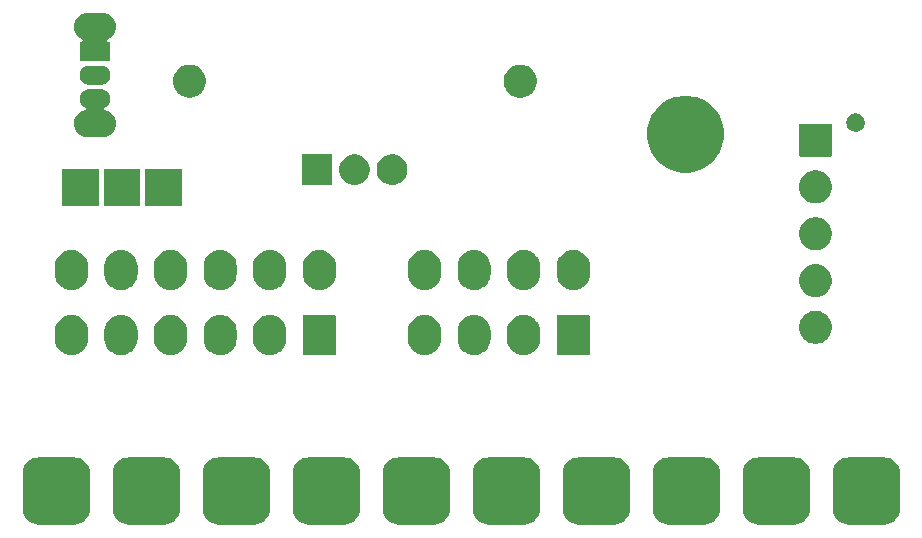
<source format=gbr>
G04 #@! TF.GenerationSoftware,KiCad,Pcbnew,(5.1.5)-3*
G04 #@! TF.CreationDate,2020-02-09T11:53:02-08:00*
G04 #@! TF.ProjectId,psinterface,7073696e-7465-4726-9661-63652e6b6963,0.3*
G04 #@! TF.SameCoordinates,Original*
G04 #@! TF.FileFunction,Soldermask,Top*
G04 #@! TF.FilePolarity,Negative*
%FSLAX46Y46*%
G04 Gerber Fmt 4.6, Leading zero omitted, Abs format (unit mm)*
G04 Created by KiCad (PCBNEW (5.1.5)-3) date 2020-02-09 11:53:02*
%MOMM*%
%LPD*%
G04 APERTURE LIST*
%ADD10C,0.100000*%
G04 APERTURE END LIST*
D10*
G36*
X174053788Y-132375782D02*
G01*
X174309369Y-132453312D01*
X174544905Y-132579209D01*
X174751359Y-132748641D01*
X174920791Y-132955095D01*
X175046688Y-133190631D01*
X175124218Y-133446212D01*
X175151000Y-133718140D01*
X175151000Y-136681860D01*
X175124218Y-136953788D01*
X175046688Y-137209369D01*
X174920791Y-137444905D01*
X174751359Y-137651359D01*
X174544905Y-137820791D01*
X174309369Y-137946688D01*
X174053788Y-138024218D01*
X173781860Y-138051000D01*
X170818140Y-138051000D01*
X170546212Y-138024218D01*
X170290631Y-137946688D01*
X170055095Y-137820791D01*
X169848641Y-137651359D01*
X169679209Y-137444905D01*
X169553312Y-137209369D01*
X169475782Y-136953788D01*
X169449000Y-136681860D01*
X169449000Y-133718140D01*
X169475782Y-133446212D01*
X169553312Y-133190631D01*
X169679209Y-132955095D01*
X169848641Y-132748641D01*
X170055095Y-132579209D01*
X170290631Y-132453312D01*
X170546212Y-132375782D01*
X170818140Y-132349000D01*
X173781860Y-132349000D01*
X174053788Y-132375782D01*
G37*
G36*
X143573788Y-132375782D02*
G01*
X143829369Y-132453312D01*
X144064905Y-132579209D01*
X144271359Y-132748641D01*
X144440791Y-132955095D01*
X144566688Y-133190631D01*
X144644218Y-133446212D01*
X144671000Y-133718140D01*
X144671000Y-136681860D01*
X144644218Y-136953788D01*
X144566688Y-137209369D01*
X144440791Y-137444905D01*
X144271359Y-137651359D01*
X144064905Y-137820791D01*
X143829369Y-137946688D01*
X143573788Y-138024218D01*
X143301860Y-138051000D01*
X140338140Y-138051000D01*
X140066212Y-138024218D01*
X139810631Y-137946688D01*
X139575095Y-137820791D01*
X139368641Y-137651359D01*
X139199209Y-137444905D01*
X139073312Y-137209369D01*
X138995782Y-136953788D01*
X138969000Y-136681860D01*
X138969000Y-133718140D01*
X138995782Y-133446212D01*
X139073312Y-133190631D01*
X139199209Y-132955095D01*
X139368641Y-132748641D01*
X139575095Y-132579209D01*
X139810631Y-132453312D01*
X140066212Y-132375782D01*
X140338140Y-132349000D01*
X143301860Y-132349000D01*
X143573788Y-132375782D01*
G37*
G36*
X135953788Y-132375782D02*
G01*
X136209369Y-132453312D01*
X136444905Y-132579209D01*
X136651359Y-132748641D01*
X136820791Y-132955095D01*
X136946688Y-133190631D01*
X137024218Y-133446212D01*
X137051000Y-133718140D01*
X137051000Y-136681860D01*
X137024218Y-136953788D01*
X136946688Y-137209369D01*
X136820791Y-137444905D01*
X136651359Y-137651359D01*
X136444905Y-137820791D01*
X136209369Y-137946688D01*
X135953788Y-138024218D01*
X135681860Y-138051000D01*
X132718140Y-138051000D01*
X132446212Y-138024218D01*
X132190631Y-137946688D01*
X131955095Y-137820791D01*
X131748641Y-137651359D01*
X131579209Y-137444905D01*
X131453312Y-137209369D01*
X131375782Y-136953788D01*
X131349000Y-136681860D01*
X131349000Y-133718140D01*
X131375782Y-133446212D01*
X131453312Y-133190631D01*
X131579209Y-132955095D01*
X131748641Y-132748641D01*
X131955095Y-132579209D01*
X132190631Y-132453312D01*
X132446212Y-132375782D01*
X132718140Y-132349000D01*
X135681860Y-132349000D01*
X135953788Y-132375782D01*
G37*
G36*
X158813788Y-132375782D02*
G01*
X159069369Y-132453312D01*
X159304905Y-132579209D01*
X159511359Y-132748641D01*
X159680791Y-132955095D01*
X159806688Y-133190631D01*
X159884218Y-133446212D01*
X159911000Y-133718140D01*
X159911000Y-136681860D01*
X159884218Y-136953788D01*
X159806688Y-137209369D01*
X159680791Y-137444905D01*
X159511359Y-137651359D01*
X159304905Y-137820791D01*
X159069369Y-137946688D01*
X158813788Y-138024218D01*
X158541860Y-138051000D01*
X155578140Y-138051000D01*
X155306212Y-138024218D01*
X155050631Y-137946688D01*
X154815095Y-137820791D01*
X154608641Y-137651359D01*
X154439209Y-137444905D01*
X154313312Y-137209369D01*
X154235782Y-136953788D01*
X154209000Y-136681860D01*
X154209000Y-133718140D01*
X154235782Y-133446212D01*
X154313312Y-133190631D01*
X154439209Y-132955095D01*
X154608641Y-132748641D01*
X154815095Y-132579209D01*
X155050631Y-132453312D01*
X155306212Y-132375782D01*
X155578140Y-132349000D01*
X158541860Y-132349000D01*
X158813788Y-132375782D01*
G37*
G36*
X166433788Y-132375782D02*
G01*
X166689369Y-132453312D01*
X166924905Y-132579209D01*
X167131359Y-132748641D01*
X167300791Y-132955095D01*
X167426688Y-133190631D01*
X167504218Y-133446212D01*
X167531000Y-133718140D01*
X167531000Y-136681860D01*
X167504218Y-136953788D01*
X167426688Y-137209369D01*
X167300791Y-137444905D01*
X167131359Y-137651359D01*
X166924905Y-137820791D01*
X166689369Y-137946688D01*
X166433788Y-138024218D01*
X166161860Y-138051000D01*
X163198140Y-138051000D01*
X162926212Y-138024218D01*
X162670631Y-137946688D01*
X162435095Y-137820791D01*
X162228641Y-137651359D01*
X162059209Y-137444905D01*
X161933312Y-137209369D01*
X161855782Y-136953788D01*
X161829000Y-136681860D01*
X161829000Y-133718140D01*
X161855782Y-133446212D01*
X161933312Y-133190631D01*
X162059209Y-132955095D01*
X162228641Y-132748641D01*
X162435095Y-132579209D01*
X162670631Y-132453312D01*
X162926212Y-132375782D01*
X163198140Y-132349000D01*
X166161860Y-132349000D01*
X166433788Y-132375782D01*
G37*
G36*
X151193788Y-132375782D02*
G01*
X151449369Y-132453312D01*
X151684905Y-132579209D01*
X151891359Y-132748641D01*
X152060791Y-132955095D01*
X152186688Y-133190631D01*
X152264218Y-133446212D01*
X152291000Y-133718140D01*
X152291000Y-136681860D01*
X152264218Y-136953788D01*
X152186688Y-137209369D01*
X152060791Y-137444905D01*
X151891359Y-137651359D01*
X151684905Y-137820791D01*
X151449369Y-137946688D01*
X151193788Y-138024218D01*
X150921860Y-138051000D01*
X147958140Y-138051000D01*
X147686212Y-138024218D01*
X147430631Y-137946688D01*
X147195095Y-137820791D01*
X146988641Y-137651359D01*
X146819209Y-137444905D01*
X146693312Y-137209369D01*
X146615782Y-136953788D01*
X146589000Y-136681860D01*
X146589000Y-133718140D01*
X146615782Y-133446212D01*
X146693312Y-133190631D01*
X146819209Y-132955095D01*
X146988641Y-132748641D01*
X147195095Y-132579209D01*
X147430631Y-132453312D01*
X147686212Y-132375782D01*
X147958140Y-132349000D01*
X150921860Y-132349000D01*
X151193788Y-132375782D01*
G37*
G36*
X120713788Y-132375782D02*
G01*
X120969369Y-132453312D01*
X121204905Y-132579209D01*
X121411359Y-132748641D01*
X121580791Y-132955095D01*
X121706688Y-133190631D01*
X121784218Y-133446212D01*
X121811000Y-133718140D01*
X121811000Y-136681860D01*
X121784218Y-136953788D01*
X121706688Y-137209369D01*
X121580791Y-137444905D01*
X121411359Y-137651359D01*
X121204905Y-137820791D01*
X120969369Y-137946688D01*
X120713788Y-138024218D01*
X120441860Y-138051000D01*
X117478140Y-138051000D01*
X117206212Y-138024218D01*
X116950631Y-137946688D01*
X116715095Y-137820791D01*
X116508641Y-137651359D01*
X116339209Y-137444905D01*
X116213312Y-137209369D01*
X116135782Y-136953788D01*
X116109000Y-136681860D01*
X116109000Y-133718140D01*
X116135782Y-133446212D01*
X116213312Y-133190631D01*
X116339209Y-132955095D01*
X116508641Y-132748641D01*
X116715095Y-132579209D01*
X116950631Y-132453312D01*
X117206212Y-132375782D01*
X117478140Y-132349000D01*
X120441860Y-132349000D01*
X120713788Y-132375782D01*
G37*
G36*
X105473788Y-132375782D02*
G01*
X105729369Y-132453312D01*
X105964905Y-132579209D01*
X106171359Y-132748641D01*
X106340791Y-132955095D01*
X106466688Y-133190631D01*
X106544218Y-133446212D01*
X106571000Y-133718140D01*
X106571000Y-136681860D01*
X106544218Y-136953788D01*
X106466688Y-137209369D01*
X106340791Y-137444905D01*
X106171359Y-137651359D01*
X105964905Y-137820791D01*
X105729369Y-137946688D01*
X105473788Y-138024218D01*
X105201860Y-138051000D01*
X102238140Y-138051000D01*
X101966212Y-138024218D01*
X101710631Y-137946688D01*
X101475095Y-137820791D01*
X101268641Y-137651359D01*
X101099209Y-137444905D01*
X100973312Y-137209369D01*
X100895782Y-136953788D01*
X100869000Y-136681860D01*
X100869000Y-133718140D01*
X100895782Y-133446212D01*
X100973312Y-133190631D01*
X101099209Y-132955095D01*
X101268641Y-132748641D01*
X101475095Y-132579209D01*
X101710631Y-132453312D01*
X101966212Y-132375782D01*
X102238140Y-132349000D01*
X105201860Y-132349000D01*
X105473788Y-132375782D01*
G37*
G36*
X113093788Y-132375782D02*
G01*
X113349369Y-132453312D01*
X113584905Y-132579209D01*
X113791359Y-132748641D01*
X113960791Y-132955095D01*
X114086688Y-133190631D01*
X114164218Y-133446212D01*
X114191000Y-133718140D01*
X114191000Y-136681860D01*
X114164218Y-136953788D01*
X114086688Y-137209369D01*
X113960791Y-137444905D01*
X113791359Y-137651359D01*
X113584905Y-137820791D01*
X113349369Y-137946688D01*
X113093788Y-138024218D01*
X112821860Y-138051000D01*
X109858140Y-138051000D01*
X109586212Y-138024218D01*
X109330631Y-137946688D01*
X109095095Y-137820791D01*
X108888641Y-137651359D01*
X108719209Y-137444905D01*
X108593312Y-137209369D01*
X108515782Y-136953788D01*
X108489000Y-136681860D01*
X108489000Y-133718140D01*
X108515782Y-133446212D01*
X108593312Y-133190631D01*
X108719209Y-132955095D01*
X108888641Y-132748641D01*
X109095095Y-132579209D01*
X109330631Y-132453312D01*
X109586212Y-132375782D01*
X109858140Y-132349000D01*
X112821860Y-132349000D01*
X113093788Y-132375782D01*
G37*
G36*
X128333788Y-132375782D02*
G01*
X128589369Y-132453312D01*
X128824905Y-132579209D01*
X129031359Y-132748641D01*
X129200791Y-132955095D01*
X129326688Y-133190631D01*
X129404218Y-133446212D01*
X129431000Y-133718140D01*
X129431000Y-136681860D01*
X129404218Y-136953788D01*
X129326688Y-137209369D01*
X129200791Y-137444905D01*
X129031359Y-137651359D01*
X128824905Y-137820791D01*
X128589369Y-137946688D01*
X128333788Y-138024218D01*
X128061860Y-138051000D01*
X125098140Y-138051000D01*
X124826212Y-138024218D01*
X124570631Y-137946688D01*
X124335095Y-137820791D01*
X124128641Y-137651359D01*
X123959209Y-137444905D01*
X123833312Y-137209369D01*
X123755782Y-136953788D01*
X123729000Y-136681860D01*
X123729000Y-133718140D01*
X123755782Y-133446212D01*
X123833312Y-133190631D01*
X123959209Y-132955095D01*
X124128641Y-132748641D01*
X124335095Y-132579209D01*
X124570631Y-132453312D01*
X124826212Y-132375782D01*
X125098140Y-132349000D01*
X128061860Y-132349000D01*
X128333788Y-132375782D01*
G37*
G36*
X117874644Y-120319272D02*
G01*
X118070017Y-120378538D01*
X118138737Y-120399384D01*
X118341625Y-120507830D01*
X118382120Y-120529475D01*
X118437691Y-120575082D01*
X118595450Y-120704550D01*
X118724918Y-120862309D01*
X118770525Y-120917880D01*
X118770526Y-120917882D01*
X118900616Y-121161263D01*
X118921461Y-121229982D01*
X118980728Y-121425357D01*
X119001000Y-121631183D01*
X119001000Y-122368818D01*
X118980728Y-122574644D01*
X118946596Y-122687161D01*
X118900616Y-122838737D01*
X118777964Y-123068202D01*
X118770525Y-123082120D01*
X118738092Y-123121640D01*
X118595450Y-123295450D01*
X118423797Y-123436320D01*
X118382119Y-123470525D01*
X118382117Y-123470526D01*
X118138736Y-123600616D01*
X118070016Y-123621462D01*
X117874643Y-123680728D01*
X117600000Y-123707778D01*
X117325356Y-123680728D01*
X117129983Y-123621462D01*
X117061263Y-123600616D01*
X116817882Y-123470526D01*
X116817880Y-123470525D01*
X116778360Y-123438092D01*
X116604550Y-123295450D01*
X116429476Y-123082120D01*
X116429475Y-123082119D01*
X116422036Y-123068201D01*
X116299384Y-122838736D01*
X116221368Y-122581551D01*
X116219272Y-122574643D01*
X116199000Y-122368817D01*
X116199000Y-121631182D01*
X116219272Y-121425356D01*
X116299383Y-121161267D01*
X116299384Y-121161263D01*
X116429474Y-120917882D01*
X116429475Y-120917880D01*
X116461908Y-120878360D01*
X116604550Y-120704550D01*
X116782581Y-120558445D01*
X116817881Y-120529475D01*
X116858376Y-120507830D01*
X117061264Y-120399384D01*
X117129984Y-120378538D01*
X117325357Y-120319272D01*
X117600000Y-120292222D01*
X117874644Y-120319272D01*
G37*
G36*
X135174644Y-120319272D02*
G01*
X135370017Y-120378538D01*
X135438737Y-120399384D01*
X135641625Y-120507830D01*
X135682120Y-120529475D01*
X135737691Y-120575082D01*
X135895450Y-120704550D01*
X136024918Y-120862309D01*
X136070525Y-120917880D01*
X136070526Y-120917882D01*
X136200616Y-121161263D01*
X136221461Y-121229982D01*
X136280728Y-121425357D01*
X136301000Y-121631183D01*
X136301000Y-122368818D01*
X136280728Y-122574644D01*
X136246596Y-122687161D01*
X136200616Y-122838737D01*
X136077964Y-123068202D01*
X136070525Y-123082120D01*
X136038092Y-123121640D01*
X135895450Y-123295450D01*
X135723797Y-123436320D01*
X135682119Y-123470525D01*
X135682117Y-123470526D01*
X135438736Y-123600616D01*
X135370016Y-123621462D01*
X135174643Y-123680728D01*
X134900000Y-123707778D01*
X134625356Y-123680728D01*
X134429983Y-123621462D01*
X134361263Y-123600616D01*
X134117882Y-123470526D01*
X134117880Y-123470525D01*
X134078360Y-123438092D01*
X133904550Y-123295450D01*
X133729476Y-123082120D01*
X133729475Y-123082119D01*
X133722036Y-123068201D01*
X133599384Y-122838736D01*
X133521368Y-122581551D01*
X133519272Y-122574643D01*
X133499000Y-122368817D01*
X133499000Y-121631182D01*
X133519272Y-121425356D01*
X133599383Y-121161267D01*
X133599384Y-121161263D01*
X133729474Y-120917882D01*
X133729475Y-120917880D01*
X133761908Y-120878360D01*
X133904550Y-120704550D01*
X134082581Y-120558445D01*
X134117881Y-120529475D01*
X134158376Y-120507830D01*
X134361264Y-120399384D01*
X134429984Y-120378538D01*
X134625357Y-120319272D01*
X134900000Y-120292222D01*
X135174644Y-120319272D01*
G37*
G36*
X139374644Y-120319272D02*
G01*
X139570017Y-120378538D01*
X139638737Y-120399384D01*
X139841625Y-120507830D01*
X139882120Y-120529475D01*
X139937691Y-120575082D01*
X140095450Y-120704550D01*
X140224918Y-120862309D01*
X140270525Y-120917880D01*
X140270526Y-120917882D01*
X140400616Y-121161263D01*
X140421461Y-121229982D01*
X140480728Y-121425357D01*
X140501000Y-121631183D01*
X140501000Y-122368818D01*
X140480728Y-122574644D01*
X140446596Y-122687161D01*
X140400616Y-122838737D01*
X140277964Y-123068202D01*
X140270525Y-123082120D01*
X140238092Y-123121640D01*
X140095450Y-123295450D01*
X139923797Y-123436320D01*
X139882119Y-123470525D01*
X139882117Y-123470526D01*
X139638736Y-123600616D01*
X139570016Y-123621462D01*
X139374643Y-123680728D01*
X139100000Y-123707778D01*
X138825356Y-123680728D01*
X138629983Y-123621462D01*
X138561263Y-123600616D01*
X138317882Y-123470526D01*
X138317880Y-123470525D01*
X138278360Y-123438092D01*
X138104550Y-123295450D01*
X137929476Y-123082120D01*
X137929475Y-123082119D01*
X137922036Y-123068201D01*
X137799384Y-122838736D01*
X137721368Y-122581551D01*
X137719272Y-122574643D01*
X137699000Y-122368817D01*
X137699000Y-121631182D01*
X137719272Y-121425356D01*
X137799383Y-121161267D01*
X137799384Y-121161263D01*
X137929474Y-120917882D01*
X137929475Y-120917880D01*
X137961908Y-120878360D01*
X138104550Y-120704550D01*
X138282581Y-120558445D01*
X138317881Y-120529475D01*
X138358376Y-120507830D01*
X138561264Y-120399384D01*
X138629984Y-120378538D01*
X138825357Y-120319272D01*
X139100000Y-120292222D01*
X139374644Y-120319272D01*
G37*
G36*
X143574644Y-120319272D02*
G01*
X143770017Y-120378538D01*
X143838737Y-120399384D01*
X144041625Y-120507830D01*
X144082120Y-120529475D01*
X144137691Y-120575082D01*
X144295450Y-120704550D01*
X144424918Y-120862309D01*
X144470525Y-120917880D01*
X144470526Y-120917882D01*
X144600616Y-121161263D01*
X144621461Y-121229982D01*
X144680728Y-121425357D01*
X144701000Y-121631183D01*
X144701000Y-122368818D01*
X144680728Y-122574644D01*
X144646596Y-122687161D01*
X144600616Y-122838737D01*
X144477964Y-123068202D01*
X144470525Y-123082120D01*
X144438092Y-123121640D01*
X144295450Y-123295450D01*
X144123797Y-123436320D01*
X144082119Y-123470525D01*
X144082117Y-123470526D01*
X143838736Y-123600616D01*
X143770016Y-123621462D01*
X143574643Y-123680728D01*
X143300000Y-123707778D01*
X143025356Y-123680728D01*
X142829983Y-123621462D01*
X142761263Y-123600616D01*
X142517882Y-123470526D01*
X142517880Y-123470525D01*
X142478360Y-123438092D01*
X142304550Y-123295450D01*
X142129476Y-123082120D01*
X142129475Y-123082119D01*
X142122036Y-123068201D01*
X141999384Y-122838736D01*
X141921368Y-122581551D01*
X141919272Y-122574643D01*
X141899000Y-122368817D01*
X141899000Y-121631182D01*
X141919272Y-121425356D01*
X141999383Y-121161267D01*
X141999384Y-121161263D01*
X142129474Y-120917882D01*
X142129475Y-120917880D01*
X142161908Y-120878360D01*
X142304550Y-120704550D01*
X142482581Y-120558445D01*
X142517881Y-120529475D01*
X142558376Y-120507830D01*
X142761264Y-120399384D01*
X142829984Y-120378538D01*
X143025357Y-120319272D01*
X143300000Y-120292222D01*
X143574644Y-120319272D01*
G37*
G36*
X122074644Y-120319272D02*
G01*
X122270017Y-120378538D01*
X122338737Y-120399384D01*
X122541625Y-120507830D01*
X122582120Y-120529475D01*
X122637691Y-120575082D01*
X122795450Y-120704550D01*
X122924918Y-120862309D01*
X122970525Y-120917880D01*
X122970526Y-120917882D01*
X123100616Y-121161263D01*
X123121461Y-121229982D01*
X123180728Y-121425357D01*
X123201000Y-121631183D01*
X123201000Y-122368818D01*
X123180728Y-122574644D01*
X123146596Y-122687161D01*
X123100616Y-122838737D01*
X122977964Y-123068202D01*
X122970525Y-123082120D01*
X122938092Y-123121640D01*
X122795450Y-123295450D01*
X122623797Y-123436320D01*
X122582119Y-123470525D01*
X122582117Y-123470526D01*
X122338736Y-123600616D01*
X122270016Y-123621462D01*
X122074643Y-123680728D01*
X121800000Y-123707778D01*
X121525356Y-123680728D01*
X121329983Y-123621462D01*
X121261263Y-123600616D01*
X121017882Y-123470526D01*
X121017880Y-123470525D01*
X120978360Y-123438092D01*
X120804550Y-123295450D01*
X120629476Y-123082120D01*
X120629475Y-123082119D01*
X120622036Y-123068201D01*
X120499384Y-122838736D01*
X120421368Y-122581551D01*
X120419272Y-122574643D01*
X120399000Y-122368817D01*
X120399000Y-121631182D01*
X120419272Y-121425356D01*
X120499383Y-121161267D01*
X120499384Y-121161263D01*
X120629474Y-120917882D01*
X120629475Y-120917880D01*
X120661908Y-120878360D01*
X120804550Y-120704550D01*
X120982581Y-120558445D01*
X121017881Y-120529475D01*
X121058376Y-120507830D01*
X121261264Y-120399384D01*
X121329984Y-120378538D01*
X121525357Y-120319272D01*
X121800000Y-120292222D01*
X122074644Y-120319272D01*
G37*
G36*
X113674644Y-120319272D02*
G01*
X113870017Y-120378538D01*
X113938737Y-120399384D01*
X114141625Y-120507830D01*
X114182120Y-120529475D01*
X114237691Y-120575082D01*
X114395450Y-120704550D01*
X114524918Y-120862309D01*
X114570525Y-120917880D01*
X114570526Y-120917882D01*
X114700616Y-121161263D01*
X114721461Y-121229982D01*
X114780728Y-121425357D01*
X114801000Y-121631183D01*
X114801000Y-122368818D01*
X114780728Y-122574644D01*
X114746596Y-122687161D01*
X114700616Y-122838737D01*
X114577964Y-123068202D01*
X114570525Y-123082120D01*
X114538092Y-123121640D01*
X114395450Y-123295450D01*
X114223797Y-123436320D01*
X114182119Y-123470525D01*
X114182117Y-123470526D01*
X113938736Y-123600616D01*
X113870016Y-123621462D01*
X113674643Y-123680728D01*
X113400000Y-123707778D01*
X113125356Y-123680728D01*
X112929983Y-123621462D01*
X112861263Y-123600616D01*
X112617882Y-123470526D01*
X112617880Y-123470525D01*
X112578360Y-123438092D01*
X112404550Y-123295450D01*
X112229476Y-123082120D01*
X112229475Y-123082119D01*
X112222036Y-123068201D01*
X112099384Y-122838736D01*
X112021368Y-122581551D01*
X112019272Y-122574643D01*
X111999000Y-122368817D01*
X111999000Y-121631182D01*
X112019272Y-121425356D01*
X112099383Y-121161267D01*
X112099384Y-121161263D01*
X112229474Y-120917882D01*
X112229475Y-120917880D01*
X112261908Y-120878360D01*
X112404550Y-120704550D01*
X112582581Y-120558445D01*
X112617881Y-120529475D01*
X112658376Y-120507830D01*
X112861264Y-120399384D01*
X112929984Y-120378538D01*
X113125357Y-120319272D01*
X113400000Y-120292222D01*
X113674644Y-120319272D01*
G37*
G36*
X109474644Y-120319272D02*
G01*
X109670017Y-120378538D01*
X109738737Y-120399384D01*
X109941625Y-120507830D01*
X109982120Y-120529475D01*
X110037691Y-120575082D01*
X110195450Y-120704550D01*
X110324918Y-120862309D01*
X110370525Y-120917880D01*
X110370526Y-120917882D01*
X110500616Y-121161263D01*
X110521461Y-121229982D01*
X110580728Y-121425357D01*
X110601000Y-121631183D01*
X110601000Y-122368818D01*
X110580728Y-122574644D01*
X110546596Y-122687161D01*
X110500616Y-122838737D01*
X110377964Y-123068202D01*
X110370525Y-123082120D01*
X110338092Y-123121640D01*
X110195450Y-123295450D01*
X110023797Y-123436320D01*
X109982119Y-123470525D01*
X109982117Y-123470526D01*
X109738736Y-123600616D01*
X109670016Y-123621462D01*
X109474643Y-123680728D01*
X109200000Y-123707778D01*
X108925356Y-123680728D01*
X108729983Y-123621462D01*
X108661263Y-123600616D01*
X108417882Y-123470526D01*
X108417880Y-123470525D01*
X108378360Y-123438092D01*
X108204550Y-123295450D01*
X108029476Y-123082120D01*
X108029475Y-123082119D01*
X108022036Y-123068201D01*
X107899384Y-122838736D01*
X107821368Y-122581551D01*
X107819272Y-122574643D01*
X107799000Y-122368817D01*
X107799000Y-121631182D01*
X107819272Y-121425356D01*
X107899383Y-121161267D01*
X107899384Y-121161263D01*
X108029474Y-120917882D01*
X108029475Y-120917880D01*
X108061908Y-120878360D01*
X108204550Y-120704550D01*
X108382581Y-120558445D01*
X108417881Y-120529475D01*
X108458376Y-120507830D01*
X108661264Y-120399384D01*
X108729984Y-120378538D01*
X108925357Y-120319272D01*
X109200000Y-120292222D01*
X109474644Y-120319272D01*
G37*
G36*
X105274644Y-120319272D02*
G01*
X105470017Y-120378538D01*
X105538737Y-120399384D01*
X105741625Y-120507830D01*
X105782120Y-120529475D01*
X105837691Y-120575082D01*
X105995450Y-120704550D01*
X106124918Y-120862309D01*
X106170525Y-120917880D01*
X106170526Y-120917882D01*
X106300616Y-121161263D01*
X106321461Y-121229982D01*
X106380728Y-121425357D01*
X106401000Y-121631183D01*
X106401000Y-122368818D01*
X106380728Y-122574644D01*
X106346596Y-122687161D01*
X106300616Y-122838737D01*
X106177964Y-123068202D01*
X106170525Y-123082120D01*
X106138092Y-123121640D01*
X105995450Y-123295450D01*
X105823797Y-123436320D01*
X105782119Y-123470525D01*
X105782117Y-123470526D01*
X105538736Y-123600616D01*
X105470016Y-123621462D01*
X105274643Y-123680728D01*
X105000000Y-123707778D01*
X104725356Y-123680728D01*
X104529983Y-123621462D01*
X104461263Y-123600616D01*
X104217882Y-123470526D01*
X104217880Y-123470525D01*
X104178360Y-123438092D01*
X104004550Y-123295450D01*
X103829476Y-123082120D01*
X103829475Y-123082119D01*
X103822036Y-123068201D01*
X103699384Y-122838736D01*
X103621368Y-122581551D01*
X103619272Y-122574643D01*
X103599000Y-122368817D01*
X103599000Y-121631182D01*
X103619272Y-121425356D01*
X103699383Y-121161267D01*
X103699384Y-121161263D01*
X103829474Y-120917882D01*
X103829475Y-120917880D01*
X103861908Y-120878360D01*
X104004550Y-120704550D01*
X104182581Y-120558445D01*
X104217881Y-120529475D01*
X104258376Y-120507830D01*
X104461264Y-120399384D01*
X104529984Y-120378538D01*
X104725357Y-120319272D01*
X105000000Y-120292222D01*
X105274644Y-120319272D01*
G37*
G36*
X127274031Y-120302621D02*
G01*
X127303486Y-120311556D01*
X127330623Y-120326062D01*
X127354414Y-120345586D01*
X127373938Y-120369377D01*
X127388444Y-120396514D01*
X127397379Y-120425969D01*
X127401000Y-120462734D01*
X127401000Y-123537266D01*
X127397379Y-123574031D01*
X127388444Y-123603486D01*
X127373938Y-123630623D01*
X127354414Y-123654414D01*
X127330623Y-123673938D01*
X127303486Y-123688444D01*
X127274031Y-123697379D01*
X127237266Y-123701000D01*
X124762734Y-123701000D01*
X124725969Y-123697379D01*
X124696514Y-123688444D01*
X124669377Y-123673938D01*
X124645586Y-123654414D01*
X124626062Y-123630623D01*
X124611556Y-123603486D01*
X124602621Y-123574031D01*
X124599000Y-123537266D01*
X124599000Y-120462734D01*
X124602621Y-120425969D01*
X124611556Y-120396514D01*
X124626062Y-120369377D01*
X124645586Y-120345586D01*
X124669377Y-120326062D01*
X124696514Y-120311556D01*
X124725969Y-120302621D01*
X124762734Y-120299000D01*
X127237266Y-120299000D01*
X127274031Y-120302621D01*
G37*
G36*
X148774031Y-120302621D02*
G01*
X148803486Y-120311556D01*
X148830623Y-120326062D01*
X148854414Y-120345586D01*
X148873938Y-120369377D01*
X148888444Y-120396514D01*
X148897379Y-120425969D01*
X148901000Y-120462734D01*
X148901000Y-123537266D01*
X148897379Y-123574031D01*
X148888444Y-123603486D01*
X148873938Y-123630623D01*
X148854414Y-123654414D01*
X148830623Y-123673938D01*
X148803486Y-123688444D01*
X148774031Y-123697379D01*
X148737266Y-123701000D01*
X146262734Y-123701000D01*
X146225969Y-123697379D01*
X146196514Y-123688444D01*
X146169377Y-123673938D01*
X146145586Y-123654414D01*
X146126062Y-123630623D01*
X146111556Y-123603486D01*
X146102621Y-123574031D01*
X146099000Y-123537266D01*
X146099000Y-120462734D01*
X146102621Y-120425969D01*
X146111556Y-120396514D01*
X146126062Y-120369377D01*
X146145586Y-120345586D01*
X146169377Y-120326062D01*
X146196514Y-120311556D01*
X146225969Y-120302621D01*
X146262734Y-120299000D01*
X148737266Y-120299000D01*
X148774031Y-120302621D01*
G37*
G36*
X168318433Y-119974893D02*
G01*
X168408657Y-119992839D01*
X168514267Y-120036585D01*
X168663621Y-120098449D01*
X168663622Y-120098450D01*
X168893086Y-120251772D01*
X169088228Y-120446914D01*
X169143392Y-120529474D01*
X169241551Y-120676379D01*
X169347161Y-120931344D01*
X169401000Y-121202012D01*
X169401000Y-121477988D01*
X169347161Y-121748656D01*
X169241551Y-122003621D01*
X169241550Y-122003622D01*
X169088228Y-122233086D01*
X168893086Y-122428228D01*
X168739763Y-122530675D01*
X168663621Y-122581551D01*
X168514267Y-122643415D01*
X168408657Y-122687161D01*
X168318433Y-122705107D01*
X168137988Y-122741000D01*
X167862012Y-122741000D01*
X167681567Y-122705107D01*
X167591343Y-122687161D01*
X167485733Y-122643415D01*
X167336379Y-122581551D01*
X167260237Y-122530675D01*
X167106914Y-122428228D01*
X166911772Y-122233086D01*
X166758450Y-122003622D01*
X166758449Y-122003621D01*
X166652839Y-121748656D01*
X166599000Y-121477988D01*
X166599000Y-121202012D01*
X166652839Y-120931344D01*
X166758449Y-120676379D01*
X166856608Y-120529474D01*
X166911772Y-120446914D01*
X167106914Y-120251772D01*
X167336378Y-120098450D01*
X167336379Y-120098449D01*
X167485733Y-120036585D01*
X167591343Y-119992839D01*
X167681567Y-119974893D01*
X167862012Y-119939000D01*
X168137988Y-119939000D01*
X168318433Y-119974893D01*
G37*
G36*
X168318433Y-116014893D02*
G01*
X168408657Y-116032839D01*
X168514267Y-116076585D01*
X168663621Y-116138449D01*
X168663622Y-116138450D01*
X168893086Y-116291772D01*
X169088228Y-116486914D01*
X169190675Y-116640237D01*
X169241551Y-116716379D01*
X169347161Y-116971344D01*
X169401000Y-117242012D01*
X169401000Y-117517988D01*
X169388243Y-117582120D01*
X169347161Y-117788657D01*
X169344347Y-117795450D01*
X169241551Y-118043621D01*
X169241550Y-118043622D01*
X169088228Y-118273086D01*
X168893086Y-118468228D01*
X168739763Y-118570675D01*
X168663621Y-118621551D01*
X168514267Y-118683415D01*
X168408657Y-118727161D01*
X168318433Y-118745107D01*
X168137988Y-118781000D01*
X167862012Y-118781000D01*
X167681567Y-118745107D01*
X167591343Y-118727161D01*
X167485733Y-118683415D01*
X167336379Y-118621551D01*
X167260237Y-118570675D01*
X167106914Y-118468228D01*
X166911772Y-118273086D01*
X166758450Y-118043622D01*
X166758449Y-118043621D01*
X166655653Y-117795450D01*
X166652839Y-117788657D01*
X166611757Y-117582120D01*
X166599000Y-117517988D01*
X166599000Y-117242012D01*
X166652839Y-116971344D01*
X166758449Y-116716379D01*
X166809325Y-116640237D01*
X166911772Y-116486914D01*
X167106914Y-116291772D01*
X167336378Y-116138450D01*
X167336379Y-116138449D01*
X167485733Y-116076585D01*
X167591343Y-116032839D01*
X167681567Y-116014893D01*
X167862012Y-115979000D01*
X168137988Y-115979000D01*
X168318433Y-116014893D01*
G37*
G36*
X139374644Y-114819272D02*
G01*
X139570017Y-114878538D01*
X139638737Y-114899384D01*
X139868202Y-115022036D01*
X139882120Y-115029475D01*
X139937691Y-115075082D01*
X140095450Y-115204550D01*
X140224918Y-115362309D01*
X140270525Y-115417880D01*
X140270526Y-115417882D01*
X140400616Y-115661263D01*
X140400617Y-115661267D01*
X140480728Y-115925357D01*
X140501000Y-116131183D01*
X140501000Y-116868818D01*
X140480728Y-117074644D01*
X140421462Y-117270017D01*
X140400616Y-117338737D01*
X140304805Y-117517986D01*
X140270525Y-117582120D01*
X140238092Y-117621640D01*
X140095450Y-117795450D01*
X139923797Y-117936320D01*
X139882119Y-117970525D01*
X139882117Y-117970526D01*
X139638736Y-118100616D01*
X139570016Y-118121462D01*
X139374643Y-118180728D01*
X139100000Y-118207778D01*
X138825356Y-118180728D01*
X138629983Y-118121462D01*
X138561263Y-118100616D01*
X138317882Y-117970526D01*
X138317880Y-117970525D01*
X138278360Y-117938092D01*
X138104550Y-117795450D01*
X137929476Y-117582120D01*
X137929475Y-117582119D01*
X137922036Y-117568201D01*
X137799384Y-117338736D01*
X137770043Y-117242012D01*
X137719272Y-117074643D01*
X137699000Y-116868817D01*
X137699000Y-116131182D01*
X137719272Y-115925356D01*
X137799383Y-115661267D01*
X137799384Y-115661263D01*
X137929474Y-115417882D01*
X137929475Y-115417880D01*
X137961908Y-115378360D01*
X138104550Y-115204550D01*
X138276203Y-115063680D01*
X138317881Y-115029475D01*
X138331799Y-115022036D01*
X138561264Y-114899384D01*
X138629984Y-114878538D01*
X138825357Y-114819272D01*
X139100000Y-114792222D01*
X139374644Y-114819272D01*
G37*
G36*
X147774644Y-114819272D02*
G01*
X147970017Y-114878538D01*
X148038737Y-114899384D01*
X148268202Y-115022036D01*
X148282120Y-115029475D01*
X148337691Y-115075082D01*
X148495450Y-115204550D01*
X148624918Y-115362309D01*
X148670525Y-115417880D01*
X148670526Y-115417882D01*
X148800616Y-115661263D01*
X148800617Y-115661267D01*
X148880728Y-115925357D01*
X148901000Y-116131183D01*
X148901000Y-116868818D01*
X148880728Y-117074644D01*
X148821462Y-117270017D01*
X148800616Y-117338737D01*
X148704805Y-117517986D01*
X148670525Y-117582120D01*
X148638092Y-117621640D01*
X148495450Y-117795450D01*
X148323797Y-117936320D01*
X148282119Y-117970525D01*
X148282117Y-117970526D01*
X148038736Y-118100616D01*
X147970016Y-118121462D01*
X147774643Y-118180728D01*
X147500000Y-118207778D01*
X147225356Y-118180728D01*
X147029983Y-118121462D01*
X146961263Y-118100616D01*
X146717882Y-117970526D01*
X146717880Y-117970525D01*
X146678360Y-117938092D01*
X146504550Y-117795450D01*
X146329476Y-117582120D01*
X146329475Y-117582119D01*
X146322036Y-117568201D01*
X146199384Y-117338736D01*
X146170043Y-117242012D01*
X146119272Y-117074643D01*
X146099000Y-116868817D01*
X146099000Y-116131182D01*
X146119272Y-115925356D01*
X146199383Y-115661267D01*
X146199384Y-115661263D01*
X146329474Y-115417882D01*
X146329475Y-115417880D01*
X146361908Y-115378360D01*
X146504550Y-115204550D01*
X146676203Y-115063680D01*
X146717881Y-115029475D01*
X146731799Y-115022036D01*
X146961264Y-114899384D01*
X147029984Y-114878538D01*
X147225357Y-114819272D01*
X147500000Y-114792222D01*
X147774644Y-114819272D01*
G37*
G36*
X117874644Y-114819272D02*
G01*
X118070017Y-114878538D01*
X118138737Y-114899384D01*
X118368202Y-115022036D01*
X118382120Y-115029475D01*
X118437691Y-115075082D01*
X118595450Y-115204550D01*
X118724918Y-115362309D01*
X118770525Y-115417880D01*
X118770526Y-115417882D01*
X118900616Y-115661263D01*
X118900617Y-115661267D01*
X118980728Y-115925357D01*
X119001000Y-116131183D01*
X119001000Y-116868818D01*
X118980728Y-117074644D01*
X118921462Y-117270017D01*
X118900616Y-117338737D01*
X118804805Y-117517986D01*
X118770525Y-117582120D01*
X118738092Y-117621640D01*
X118595450Y-117795450D01*
X118423797Y-117936320D01*
X118382119Y-117970525D01*
X118382117Y-117970526D01*
X118138736Y-118100616D01*
X118070016Y-118121462D01*
X117874643Y-118180728D01*
X117600000Y-118207778D01*
X117325356Y-118180728D01*
X117129983Y-118121462D01*
X117061263Y-118100616D01*
X116817882Y-117970526D01*
X116817880Y-117970525D01*
X116778360Y-117938092D01*
X116604550Y-117795450D01*
X116429476Y-117582120D01*
X116429475Y-117582119D01*
X116422036Y-117568201D01*
X116299384Y-117338736D01*
X116270043Y-117242012D01*
X116219272Y-117074643D01*
X116199000Y-116868817D01*
X116199000Y-116131182D01*
X116219272Y-115925356D01*
X116299383Y-115661267D01*
X116299384Y-115661263D01*
X116429474Y-115417882D01*
X116429475Y-115417880D01*
X116461908Y-115378360D01*
X116604550Y-115204550D01*
X116776203Y-115063680D01*
X116817881Y-115029475D01*
X116831799Y-115022036D01*
X117061264Y-114899384D01*
X117129984Y-114878538D01*
X117325357Y-114819272D01*
X117600000Y-114792222D01*
X117874644Y-114819272D01*
G37*
G36*
X122074644Y-114819272D02*
G01*
X122270017Y-114878538D01*
X122338737Y-114899384D01*
X122568202Y-115022036D01*
X122582120Y-115029475D01*
X122637691Y-115075082D01*
X122795450Y-115204550D01*
X122924918Y-115362309D01*
X122970525Y-115417880D01*
X122970526Y-115417882D01*
X123100616Y-115661263D01*
X123100617Y-115661267D01*
X123180728Y-115925357D01*
X123201000Y-116131183D01*
X123201000Y-116868818D01*
X123180728Y-117074644D01*
X123121462Y-117270017D01*
X123100616Y-117338737D01*
X123004805Y-117517986D01*
X122970525Y-117582120D01*
X122938092Y-117621640D01*
X122795450Y-117795450D01*
X122623797Y-117936320D01*
X122582119Y-117970525D01*
X122582117Y-117970526D01*
X122338736Y-118100616D01*
X122270016Y-118121462D01*
X122074643Y-118180728D01*
X121800000Y-118207778D01*
X121525356Y-118180728D01*
X121329983Y-118121462D01*
X121261263Y-118100616D01*
X121017882Y-117970526D01*
X121017880Y-117970525D01*
X120978360Y-117938092D01*
X120804550Y-117795450D01*
X120629476Y-117582120D01*
X120629475Y-117582119D01*
X120622036Y-117568201D01*
X120499384Y-117338736D01*
X120470043Y-117242012D01*
X120419272Y-117074643D01*
X120399000Y-116868817D01*
X120399000Y-116131182D01*
X120419272Y-115925356D01*
X120499383Y-115661267D01*
X120499384Y-115661263D01*
X120629474Y-115417882D01*
X120629475Y-115417880D01*
X120661908Y-115378360D01*
X120804550Y-115204550D01*
X120976203Y-115063680D01*
X121017881Y-115029475D01*
X121031799Y-115022036D01*
X121261264Y-114899384D01*
X121329984Y-114878538D01*
X121525357Y-114819272D01*
X121800000Y-114792222D01*
X122074644Y-114819272D01*
G37*
G36*
X126274644Y-114819272D02*
G01*
X126470017Y-114878538D01*
X126538737Y-114899384D01*
X126768202Y-115022036D01*
X126782120Y-115029475D01*
X126837691Y-115075082D01*
X126995450Y-115204550D01*
X127124918Y-115362309D01*
X127170525Y-115417880D01*
X127170526Y-115417882D01*
X127300616Y-115661263D01*
X127300617Y-115661267D01*
X127380728Y-115925357D01*
X127401000Y-116131183D01*
X127401000Y-116868818D01*
X127380728Y-117074644D01*
X127321462Y-117270017D01*
X127300616Y-117338737D01*
X127204805Y-117517986D01*
X127170525Y-117582120D01*
X127138092Y-117621640D01*
X126995450Y-117795450D01*
X126823797Y-117936320D01*
X126782119Y-117970525D01*
X126782117Y-117970526D01*
X126538736Y-118100616D01*
X126470016Y-118121462D01*
X126274643Y-118180728D01*
X126000000Y-118207778D01*
X125725356Y-118180728D01*
X125529983Y-118121462D01*
X125461263Y-118100616D01*
X125217882Y-117970526D01*
X125217880Y-117970525D01*
X125178360Y-117938092D01*
X125004550Y-117795450D01*
X124829476Y-117582120D01*
X124829475Y-117582119D01*
X124822036Y-117568201D01*
X124699384Y-117338736D01*
X124670043Y-117242012D01*
X124619272Y-117074643D01*
X124599000Y-116868817D01*
X124599000Y-116131182D01*
X124619272Y-115925356D01*
X124699383Y-115661267D01*
X124699384Y-115661263D01*
X124829474Y-115417882D01*
X124829475Y-115417880D01*
X124861908Y-115378360D01*
X125004550Y-115204550D01*
X125176203Y-115063680D01*
X125217881Y-115029475D01*
X125231799Y-115022036D01*
X125461264Y-114899384D01*
X125529984Y-114878538D01*
X125725357Y-114819272D01*
X126000000Y-114792222D01*
X126274644Y-114819272D01*
G37*
G36*
X113674644Y-114819272D02*
G01*
X113870017Y-114878538D01*
X113938737Y-114899384D01*
X114168202Y-115022036D01*
X114182120Y-115029475D01*
X114237691Y-115075082D01*
X114395450Y-115204550D01*
X114524918Y-115362309D01*
X114570525Y-115417880D01*
X114570526Y-115417882D01*
X114700616Y-115661263D01*
X114700617Y-115661267D01*
X114780728Y-115925357D01*
X114801000Y-116131183D01*
X114801000Y-116868818D01*
X114780728Y-117074644D01*
X114721462Y-117270017D01*
X114700616Y-117338737D01*
X114604805Y-117517986D01*
X114570525Y-117582120D01*
X114538092Y-117621640D01*
X114395450Y-117795450D01*
X114223797Y-117936320D01*
X114182119Y-117970525D01*
X114182117Y-117970526D01*
X113938736Y-118100616D01*
X113870016Y-118121462D01*
X113674643Y-118180728D01*
X113400000Y-118207778D01*
X113125356Y-118180728D01*
X112929983Y-118121462D01*
X112861263Y-118100616D01*
X112617882Y-117970526D01*
X112617880Y-117970525D01*
X112578360Y-117938092D01*
X112404550Y-117795450D01*
X112229476Y-117582120D01*
X112229475Y-117582119D01*
X112222036Y-117568201D01*
X112099384Y-117338736D01*
X112070043Y-117242012D01*
X112019272Y-117074643D01*
X111999000Y-116868817D01*
X111999000Y-116131182D01*
X112019272Y-115925356D01*
X112099383Y-115661267D01*
X112099384Y-115661263D01*
X112229474Y-115417882D01*
X112229475Y-115417880D01*
X112261908Y-115378360D01*
X112404550Y-115204550D01*
X112576203Y-115063680D01*
X112617881Y-115029475D01*
X112631799Y-115022036D01*
X112861264Y-114899384D01*
X112929984Y-114878538D01*
X113125357Y-114819272D01*
X113400000Y-114792222D01*
X113674644Y-114819272D01*
G37*
G36*
X135174644Y-114819272D02*
G01*
X135370017Y-114878538D01*
X135438737Y-114899384D01*
X135668202Y-115022036D01*
X135682120Y-115029475D01*
X135737691Y-115075082D01*
X135895450Y-115204550D01*
X136024918Y-115362309D01*
X136070525Y-115417880D01*
X136070526Y-115417882D01*
X136200616Y-115661263D01*
X136200617Y-115661267D01*
X136280728Y-115925357D01*
X136301000Y-116131183D01*
X136301000Y-116868818D01*
X136280728Y-117074644D01*
X136221462Y-117270017D01*
X136200616Y-117338737D01*
X136104805Y-117517986D01*
X136070525Y-117582120D01*
X136038092Y-117621640D01*
X135895450Y-117795450D01*
X135723797Y-117936320D01*
X135682119Y-117970525D01*
X135682117Y-117970526D01*
X135438736Y-118100616D01*
X135370016Y-118121462D01*
X135174643Y-118180728D01*
X134900000Y-118207778D01*
X134625356Y-118180728D01*
X134429983Y-118121462D01*
X134361263Y-118100616D01*
X134117882Y-117970526D01*
X134117880Y-117970525D01*
X134078360Y-117938092D01*
X133904550Y-117795450D01*
X133729476Y-117582120D01*
X133729475Y-117582119D01*
X133722036Y-117568201D01*
X133599384Y-117338736D01*
X133570043Y-117242012D01*
X133519272Y-117074643D01*
X133499000Y-116868817D01*
X133499000Y-116131182D01*
X133519272Y-115925356D01*
X133599383Y-115661267D01*
X133599384Y-115661263D01*
X133729474Y-115417882D01*
X133729475Y-115417880D01*
X133761908Y-115378360D01*
X133904550Y-115204550D01*
X134076203Y-115063680D01*
X134117881Y-115029475D01*
X134131799Y-115022036D01*
X134361264Y-114899384D01*
X134429984Y-114878538D01*
X134625357Y-114819272D01*
X134900000Y-114792222D01*
X135174644Y-114819272D01*
G37*
G36*
X143574644Y-114819272D02*
G01*
X143770017Y-114878538D01*
X143838737Y-114899384D01*
X144068202Y-115022036D01*
X144082120Y-115029475D01*
X144137691Y-115075082D01*
X144295450Y-115204550D01*
X144424918Y-115362309D01*
X144470525Y-115417880D01*
X144470526Y-115417882D01*
X144600616Y-115661263D01*
X144600617Y-115661267D01*
X144680728Y-115925357D01*
X144701000Y-116131183D01*
X144701000Y-116868818D01*
X144680728Y-117074644D01*
X144621462Y-117270017D01*
X144600616Y-117338737D01*
X144504805Y-117517986D01*
X144470525Y-117582120D01*
X144438092Y-117621640D01*
X144295450Y-117795450D01*
X144123797Y-117936320D01*
X144082119Y-117970525D01*
X144082117Y-117970526D01*
X143838736Y-118100616D01*
X143770016Y-118121462D01*
X143574643Y-118180728D01*
X143300000Y-118207778D01*
X143025356Y-118180728D01*
X142829983Y-118121462D01*
X142761263Y-118100616D01*
X142517882Y-117970526D01*
X142517880Y-117970525D01*
X142478360Y-117938092D01*
X142304550Y-117795450D01*
X142129476Y-117582120D01*
X142129475Y-117582119D01*
X142122036Y-117568201D01*
X141999384Y-117338736D01*
X141970043Y-117242012D01*
X141919272Y-117074643D01*
X141899000Y-116868817D01*
X141899000Y-116131182D01*
X141919272Y-115925356D01*
X141999383Y-115661267D01*
X141999384Y-115661263D01*
X142129474Y-115417882D01*
X142129475Y-115417880D01*
X142161908Y-115378360D01*
X142304550Y-115204550D01*
X142476203Y-115063680D01*
X142517881Y-115029475D01*
X142531799Y-115022036D01*
X142761264Y-114899384D01*
X142829984Y-114878538D01*
X143025357Y-114819272D01*
X143300000Y-114792222D01*
X143574644Y-114819272D01*
G37*
G36*
X105274644Y-114819272D02*
G01*
X105470017Y-114878538D01*
X105538737Y-114899384D01*
X105768202Y-115022036D01*
X105782120Y-115029475D01*
X105837691Y-115075082D01*
X105995450Y-115204550D01*
X106124918Y-115362309D01*
X106170525Y-115417880D01*
X106170526Y-115417882D01*
X106300616Y-115661263D01*
X106300617Y-115661267D01*
X106380728Y-115925357D01*
X106401000Y-116131183D01*
X106401000Y-116868818D01*
X106380728Y-117074644D01*
X106321462Y-117270017D01*
X106300616Y-117338737D01*
X106204805Y-117517986D01*
X106170525Y-117582120D01*
X106138092Y-117621640D01*
X105995450Y-117795450D01*
X105823797Y-117936320D01*
X105782119Y-117970525D01*
X105782117Y-117970526D01*
X105538736Y-118100616D01*
X105470016Y-118121462D01*
X105274643Y-118180728D01*
X105000000Y-118207778D01*
X104725356Y-118180728D01*
X104529983Y-118121462D01*
X104461263Y-118100616D01*
X104217882Y-117970526D01*
X104217880Y-117970525D01*
X104178360Y-117938092D01*
X104004550Y-117795450D01*
X103829476Y-117582120D01*
X103829475Y-117582119D01*
X103822036Y-117568201D01*
X103699384Y-117338736D01*
X103670043Y-117242012D01*
X103619272Y-117074643D01*
X103599000Y-116868817D01*
X103599000Y-116131182D01*
X103619272Y-115925356D01*
X103699383Y-115661267D01*
X103699384Y-115661263D01*
X103829474Y-115417882D01*
X103829475Y-115417880D01*
X103861908Y-115378360D01*
X104004550Y-115204550D01*
X104176203Y-115063680D01*
X104217881Y-115029475D01*
X104231799Y-115022036D01*
X104461264Y-114899384D01*
X104529984Y-114878538D01*
X104725357Y-114819272D01*
X105000000Y-114792222D01*
X105274644Y-114819272D01*
G37*
G36*
X109474644Y-114819272D02*
G01*
X109670017Y-114878538D01*
X109738737Y-114899384D01*
X109968202Y-115022036D01*
X109982120Y-115029475D01*
X110037691Y-115075082D01*
X110195450Y-115204550D01*
X110324918Y-115362309D01*
X110370525Y-115417880D01*
X110370526Y-115417882D01*
X110500616Y-115661263D01*
X110500617Y-115661267D01*
X110580728Y-115925357D01*
X110601000Y-116131183D01*
X110601000Y-116868818D01*
X110580728Y-117074644D01*
X110521462Y-117270017D01*
X110500616Y-117338737D01*
X110404805Y-117517986D01*
X110370525Y-117582120D01*
X110338092Y-117621640D01*
X110195450Y-117795450D01*
X110023797Y-117936320D01*
X109982119Y-117970525D01*
X109982117Y-117970526D01*
X109738736Y-118100616D01*
X109670016Y-118121462D01*
X109474643Y-118180728D01*
X109200000Y-118207778D01*
X108925356Y-118180728D01*
X108729983Y-118121462D01*
X108661263Y-118100616D01*
X108417882Y-117970526D01*
X108417880Y-117970525D01*
X108378360Y-117938092D01*
X108204550Y-117795450D01*
X108029476Y-117582120D01*
X108029475Y-117582119D01*
X108022036Y-117568201D01*
X107899384Y-117338736D01*
X107870043Y-117242012D01*
X107819272Y-117074643D01*
X107799000Y-116868817D01*
X107799000Y-116131182D01*
X107819272Y-115925356D01*
X107899383Y-115661267D01*
X107899384Y-115661263D01*
X108029474Y-115417882D01*
X108029475Y-115417880D01*
X108061908Y-115378360D01*
X108204550Y-115204550D01*
X108376203Y-115063680D01*
X108417881Y-115029475D01*
X108431799Y-115022036D01*
X108661264Y-114899384D01*
X108729984Y-114878538D01*
X108925357Y-114819272D01*
X109200000Y-114792222D01*
X109474644Y-114819272D01*
G37*
G36*
X168318433Y-112054893D02*
G01*
X168408657Y-112072839D01*
X168514267Y-112116585D01*
X168663621Y-112178449D01*
X168663622Y-112178450D01*
X168893086Y-112331772D01*
X169088228Y-112526914D01*
X169190675Y-112680237D01*
X169241551Y-112756379D01*
X169347161Y-113011344D01*
X169401000Y-113282012D01*
X169401000Y-113557988D01*
X169347161Y-113828656D01*
X169241551Y-114083621D01*
X169241550Y-114083622D01*
X169088228Y-114313086D01*
X168893086Y-114508228D01*
X168739763Y-114610675D01*
X168663621Y-114661551D01*
X168514267Y-114723415D01*
X168408657Y-114767161D01*
X168318433Y-114785107D01*
X168137988Y-114821000D01*
X167862012Y-114821000D01*
X167681567Y-114785107D01*
X167591343Y-114767161D01*
X167485733Y-114723415D01*
X167336379Y-114661551D01*
X167260237Y-114610675D01*
X167106914Y-114508228D01*
X166911772Y-114313086D01*
X166758450Y-114083622D01*
X166758449Y-114083621D01*
X166652839Y-113828656D01*
X166599000Y-113557988D01*
X166599000Y-113282012D01*
X166652839Y-113011344D01*
X166758449Y-112756379D01*
X166809325Y-112680237D01*
X166911772Y-112526914D01*
X167106914Y-112331772D01*
X167336378Y-112178450D01*
X167336379Y-112178449D01*
X167485733Y-112116585D01*
X167591343Y-112072839D01*
X167681567Y-112054893D01*
X167862012Y-112019000D01*
X168137988Y-112019000D01*
X168318433Y-112054893D01*
G37*
G36*
X110851000Y-111051000D02*
G01*
X107749000Y-111051000D01*
X107749000Y-107949000D01*
X110851000Y-107949000D01*
X110851000Y-111051000D01*
G37*
G36*
X107351000Y-111051000D02*
G01*
X104249000Y-111051000D01*
X104249000Y-107949000D01*
X107351000Y-107949000D01*
X107351000Y-111051000D01*
G37*
G36*
X114351000Y-111051000D02*
G01*
X111249000Y-111051000D01*
X111249000Y-107949000D01*
X114351000Y-107949000D01*
X114351000Y-111051000D01*
G37*
G36*
X168318433Y-108094893D02*
G01*
X168408657Y-108112839D01*
X168514267Y-108156585D01*
X168663621Y-108218449D01*
X168663622Y-108218450D01*
X168893086Y-108371772D01*
X169088228Y-108566914D01*
X169190675Y-108720237D01*
X169241551Y-108796379D01*
X169347161Y-109051344D01*
X169401000Y-109322012D01*
X169401000Y-109597988D01*
X169347161Y-109868656D01*
X169241551Y-110123621D01*
X169241550Y-110123622D01*
X169088228Y-110353086D01*
X168893086Y-110548228D01*
X168739763Y-110650675D01*
X168663621Y-110701551D01*
X168514267Y-110763415D01*
X168408657Y-110807161D01*
X168318433Y-110825107D01*
X168137988Y-110861000D01*
X167862012Y-110861000D01*
X167681567Y-110825107D01*
X167591343Y-110807161D01*
X167485733Y-110763415D01*
X167336379Y-110701551D01*
X167260237Y-110650675D01*
X167106914Y-110548228D01*
X166911772Y-110353086D01*
X166758450Y-110123622D01*
X166758449Y-110123621D01*
X166652839Y-109868656D01*
X166599000Y-109597988D01*
X166599000Y-109322012D01*
X166652839Y-109051344D01*
X166758449Y-108796379D01*
X166809325Y-108720237D01*
X166911772Y-108566914D01*
X167106914Y-108371772D01*
X167336378Y-108218450D01*
X167336379Y-108218449D01*
X167485733Y-108156585D01*
X167591343Y-108112839D01*
X167681567Y-108094893D01*
X167862012Y-108059000D01*
X168137988Y-108059000D01*
X168318433Y-108094893D01*
G37*
G36*
X129354393Y-106749304D02*
G01*
X129591101Y-106847352D01*
X129591103Y-106847353D01*
X129804135Y-106989696D01*
X129985304Y-107170865D01*
X130108726Y-107355580D01*
X130127648Y-107383899D01*
X130225696Y-107620607D01*
X130275680Y-107871893D01*
X130275680Y-108128107D01*
X130225696Y-108379393D01*
X130127648Y-108616101D01*
X130127647Y-108616103D01*
X129985304Y-108829135D01*
X129804135Y-109010304D01*
X129591103Y-109152647D01*
X129591102Y-109152648D01*
X129591101Y-109152648D01*
X129354393Y-109250696D01*
X129103107Y-109300680D01*
X128846893Y-109300680D01*
X128595607Y-109250696D01*
X128358899Y-109152648D01*
X128358898Y-109152648D01*
X128358897Y-109152647D01*
X128145865Y-109010304D01*
X127964696Y-108829135D01*
X127822353Y-108616103D01*
X127822352Y-108616101D01*
X127724304Y-108379393D01*
X127674320Y-108128107D01*
X127674320Y-107871893D01*
X127724304Y-107620607D01*
X127822352Y-107383899D01*
X127841274Y-107355580D01*
X127964696Y-107170865D01*
X128145865Y-106989696D01*
X128358897Y-106847353D01*
X128358899Y-106847352D01*
X128595607Y-106749304D01*
X128846893Y-106699320D01*
X129103107Y-106699320D01*
X129354393Y-106749304D01*
G37*
G36*
X132529393Y-106749304D02*
G01*
X132766101Y-106847352D01*
X132766103Y-106847353D01*
X132979135Y-106989696D01*
X133160304Y-107170865D01*
X133283726Y-107355580D01*
X133302648Y-107383899D01*
X133400696Y-107620607D01*
X133450680Y-107871893D01*
X133450680Y-108128107D01*
X133400696Y-108379393D01*
X133302648Y-108616101D01*
X133302647Y-108616103D01*
X133160304Y-108829135D01*
X132979135Y-109010304D01*
X132766103Y-109152647D01*
X132766102Y-109152648D01*
X132766101Y-109152648D01*
X132529393Y-109250696D01*
X132278107Y-109300680D01*
X132021893Y-109300680D01*
X131770607Y-109250696D01*
X131533899Y-109152648D01*
X131533898Y-109152648D01*
X131533897Y-109152647D01*
X131320865Y-109010304D01*
X131139696Y-108829135D01*
X130997353Y-108616103D01*
X130997352Y-108616101D01*
X130899304Y-108379393D01*
X130849320Y-108128107D01*
X130849320Y-107871893D01*
X130899304Y-107620607D01*
X130997352Y-107383899D01*
X131016274Y-107355580D01*
X131139696Y-107170865D01*
X131320865Y-106989696D01*
X131533897Y-106847353D01*
X131533899Y-106847352D01*
X131770607Y-106749304D01*
X132021893Y-106699320D01*
X132278107Y-106699320D01*
X132529393Y-106749304D01*
G37*
G36*
X127100680Y-109300680D02*
G01*
X124499320Y-109300680D01*
X124499320Y-106699320D01*
X127100680Y-106699320D01*
X127100680Y-109300680D01*
G37*
G36*
X157634239Y-101811467D02*
G01*
X157948282Y-101873934D01*
X158539926Y-102119001D01*
X158829523Y-102312504D01*
X159072391Y-102474783D01*
X159525217Y-102927609D01*
X159539510Y-102949000D01*
X159880999Y-103460074D01*
X160126066Y-104051718D01*
X160160727Y-104225969D01*
X160251000Y-104679803D01*
X160251000Y-105320197D01*
X160188533Y-105634239D01*
X160126066Y-105948282D01*
X159880999Y-106539926D01*
X159525216Y-107072392D01*
X159072392Y-107525216D01*
X158539926Y-107880999D01*
X157948282Y-108126066D01*
X157634239Y-108188533D01*
X157320197Y-108251000D01*
X156679803Y-108251000D01*
X156365761Y-108188533D01*
X156051718Y-108126066D01*
X155460074Y-107880999D01*
X154927608Y-107525216D01*
X154474784Y-107072392D01*
X154119001Y-106539926D01*
X153873934Y-105948282D01*
X153811467Y-105634239D01*
X153749000Y-105320197D01*
X153749000Y-104679803D01*
X153839273Y-104225969D01*
X153873934Y-104051718D01*
X154119001Y-103460074D01*
X154460490Y-102949000D01*
X154474783Y-102927609D01*
X154927609Y-102474783D01*
X155170477Y-102312504D01*
X155460074Y-102119001D01*
X156051718Y-101873934D01*
X156365761Y-101811467D01*
X156679803Y-101749000D01*
X157320197Y-101749000D01*
X157634239Y-101811467D01*
G37*
G36*
X169274031Y-104102621D02*
G01*
X169303486Y-104111556D01*
X169330623Y-104126062D01*
X169354414Y-104145586D01*
X169373938Y-104169377D01*
X169388444Y-104196514D01*
X169397379Y-104225969D01*
X169401000Y-104262734D01*
X169401000Y-106737266D01*
X169397379Y-106774031D01*
X169388444Y-106803486D01*
X169373938Y-106830623D01*
X169354414Y-106854414D01*
X169330623Y-106873938D01*
X169303486Y-106888444D01*
X169274031Y-106897379D01*
X169237266Y-106901000D01*
X166762734Y-106901000D01*
X166725969Y-106897379D01*
X166696514Y-106888444D01*
X166669377Y-106873938D01*
X166645586Y-106854414D01*
X166626062Y-106830623D01*
X166611556Y-106803486D01*
X166602621Y-106774031D01*
X166599000Y-106737266D01*
X166599000Y-104262734D01*
X166602621Y-104225969D01*
X166611556Y-104196514D01*
X166626062Y-104169377D01*
X166645586Y-104145586D01*
X166669377Y-104126062D01*
X166696514Y-104111556D01*
X166725969Y-104102621D01*
X166762734Y-104099000D01*
X169237266Y-104099000D01*
X169274031Y-104102621D01*
G37*
G36*
X107578571Y-101202863D02*
G01*
X107657023Y-101210590D01*
X107757682Y-101241125D01*
X107808013Y-101256392D01*
X107947165Y-101330771D01*
X108069133Y-101430867D01*
X108169229Y-101552835D01*
X108243608Y-101691987D01*
X108243608Y-101691988D01*
X108289410Y-101842977D01*
X108304875Y-102000000D01*
X108289410Y-102157023D01*
X108286586Y-102166332D01*
X108243608Y-102308013D01*
X108169229Y-102447165D01*
X108069133Y-102569133D01*
X107947165Y-102669229D01*
X107831161Y-102731235D01*
X107810787Y-102744849D01*
X107793460Y-102762176D01*
X107779846Y-102782550D01*
X107770469Y-102805189D01*
X107765689Y-102829223D01*
X107765689Y-102853727D01*
X107770470Y-102877760D01*
X107779847Y-102900399D01*
X107793461Y-102920773D01*
X107810788Y-102938100D01*
X107831162Y-102951714D01*
X107853801Y-102961091D01*
X107873516Y-102965012D01*
X107875631Y-102965654D01*
X107875635Y-102965654D01*
X108092600Y-103031470D01*
X108092602Y-103031471D01*
X108292555Y-103138347D01*
X108467818Y-103282182D01*
X108611653Y-103457445D01*
X108705180Y-103632423D01*
X108718530Y-103657400D01*
X108784346Y-103874365D01*
X108806569Y-104100000D01*
X108784346Y-104325635D01*
X108733070Y-104494669D01*
X108718529Y-104542602D01*
X108611653Y-104742555D01*
X108467818Y-104917818D01*
X108292555Y-105061653D01*
X108092602Y-105168529D01*
X108092600Y-105168530D01*
X107875635Y-105234346D01*
X107819271Y-105239897D01*
X107706545Y-105251000D01*
X106293455Y-105251000D01*
X106180729Y-105239897D01*
X106124365Y-105234346D01*
X105907400Y-105168530D01*
X105907398Y-105168529D01*
X105707445Y-105061653D01*
X105532182Y-104917818D01*
X105388347Y-104742555D01*
X105281471Y-104542602D01*
X105266931Y-104494669D01*
X105215654Y-104325635D01*
X105193431Y-104100000D01*
X105215654Y-103874365D01*
X105281470Y-103657400D01*
X105294820Y-103632423D01*
X105388347Y-103457445D01*
X105532182Y-103282182D01*
X105707445Y-103138347D01*
X105907398Y-103031471D01*
X105907400Y-103031470D01*
X106124365Y-102965654D01*
X106124369Y-102965654D01*
X106126484Y-102965012D01*
X106146197Y-102961091D01*
X106168836Y-102951715D01*
X106189210Y-102938101D01*
X106206538Y-102920775D01*
X106220152Y-102900401D01*
X106229530Y-102877762D01*
X106234311Y-102853729D01*
X106234311Y-102829225D01*
X106229531Y-102805191D01*
X106220155Y-102782552D01*
X106206541Y-102762178D01*
X106189215Y-102744850D01*
X106168839Y-102731235D01*
X106052835Y-102669229D01*
X105930867Y-102569133D01*
X105830771Y-102447165D01*
X105756392Y-102308013D01*
X105713414Y-102166332D01*
X105710590Y-102157023D01*
X105695125Y-102000000D01*
X105710590Y-101842977D01*
X105756392Y-101691988D01*
X105756392Y-101691987D01*
X105830771Y-101552835D01*
X105930867Y-101430867D01*
X106052835Y-101330771D01*
X106191987Y-101256392D01*
X106242318Y-101241125D01*
X106342977Y-101210590D01*
X106421429Y-101202863D01*
X106460654Y-101199000D01*
X107539346Y-101199000D01*
X107578571Y-101202863D01*
G37*
G36*
X171626348Y-103253820D02*
G01*
X171626350Y-103253821D01*
X171626351Y-103253821D01*
X171767574Y-103312317D01*
X171767577Y-103312319D01*
X171894669Y-103397239D01*
X172002761Y-103505331D01*
X172059629Y-103590440D01*
X172087683Y-103632426D01*
X172130838Y-103736612D01*
X172146180Y-103773652D01*
X172176000Y-103923569D01*
X172176000Y-104076431D01*
X172156396Y-104174990D01*
X172146179Y-104226351D01*
X172087683Y-104367574D01*
X172087681Y-104367577D01*
X172002761Y-104494669D01*
X171894669Y-104602761D01*
X171779367Y-104679803D01*
X171767574Y-104687683D01*
X171626351Y-104746179D01*
X171626350Y-104746179D01*
X171626348Y-104746180D01*
X171476431Y-104776000D01*
X171323569Y-104776000D01*
X171173652Y-104746180D01*
X171173650Y-104746179D01*
X171173649Y-104746179D01*
X171032426Y-104687683D01*
X171020633Y-104679803D01*
X170905331Y-104602761D01*
X170797239Y-104494669D01*
X170712319Y-104367577D01*
X170712317Y-104367574D01*
X170653821Y-104226351D01*
X170643605Y-104174990D01*
X170624000Y-104076431D01*
X170624000Y-103923569D01*
X170653820Y-103773652D01*
X170669162Y-103736612D01*
X170712317Y-103632426D01*
X170740371Y-103590440D01*
X170797239Y-103505331D01*
X170905331Y-103397239D01*
X171032423Y-103312319D01*
X171032426Y-103312317D01*
X171173649Y-103253821D01*
X171173650Y-103253821D01*
X171173652Y-103253820D01*
X171323569Y-103224000D01*
X171476431Y-103224000D01*
X171626348Y-103253820D01*
G37*
G36*
X143318433Y-99134893D02*
G01*
X143408657Y-99152839D01*
X143514267Y-99196585D01*
X143663621Y-99258449D01*
X143663622Y-99258450D01*
X143893086Y-99411772D01*
X144088228Y-99606914D01*
X144145072Y-99691988D01*
X144241551Y-99836379D01*
X144347161Y-100091344D01*
X144401000Y-100362012D01*
X144401000Y-100637988D01*
X144347161Y-100908656D01*
X144241551Y-101163621D01*
X144241550Y-101163622D01*
X144088228Y-101393086D01*
X143893086Y-101588228D01*
X143739763Y-101690675D01*
X143663621Y-101741551D01*
X143514267Y-101803415D01*
X143408657Y-101847161D01*
X143318433Y-101865107D01*
X143137988Y-101901000D01*
X142862012Y-101901000D01*
X142681567Y-101865107D01*
X142591343Y-101847161D01*
X142485733Y-101803415D01*
X142336379Y-101741551D01*
X142260237Y-101690675D01*
X142106914Y-101588228D01*
X141911772Y-101393086D01*
X141758450Y-101163622D01*
X141758449Y-101163621D01*
X141652839Y-100908656D01*
X141599000Y-100637988D01*
X141599000Y-100362012D01*
X141652839Y-100091344D01*
X141758449Y-99836379D01*
X141854928Y-99691988D01*
X141911772Y-99606914D01*
X142106914Y-99411772D01*
X142336378Y-99258450D01*
X142336379Y-99258449D01*
X142485733Y-99196585D01*
X142591343Y-99152839D01*
X142681567Y-99134893D01*
X142862012Y-99099000D01*
X143137988Y-99099000D01*
X143318433Y-99134893D01*
G37*
G36*
X115318433Y-99134893D02*
G01*
X115408657Y-99152839D01*
X115514267Y-99196585D01*
X115663621Y-99258449D01*
X115663622Y-99258450D01*
X115893086Y-99411772D01*
X116088228Y-99606914D01*
X116145072Y-99691988D01*
X116241551Y-99836379D01*
X116347161Y-100091344D01*
X116401000Y-100362012D01*
X116401000Y-100637988D01*
X116347161Y-100908656D01*
X116241551Y-101163621D01*
X116241550Y-101163622D01*
X116088228Y-101393086D01*
X115893086Y-101588228D01*
X115739763Y-101690675D01*
X115663621Y-101741551D01*
X115514267Y-101803415D01*
X115408657Y-101847161D01*
X115318433Y-101865107D01*
X115137988Y-101901000D01*
X114862012Y-101901000D01*
X114681567Y-101865107D01*
X114591343Y-101847161D01*
X114485733Y-101803415D01*
X114336379Y-101741551D01*
X114260237Y-101690675D01*
X114106914Y-101588228D01*
X113911772Y-101393086D01*
X113758450Y-101163622D01*
X113758449Y-101163621D01*
X113652839Y-100908656D01*
X113599000Y-100637988D01*
X113599000Y-100362012D01*
X113652839Y-100091344D01*
X113758449Y-99836379D01*
X113854928Y-99691988D01*
X113911772Y-99606914D01*
X114106914Y-99411772D01*
X114336378Y-99258450D01*
X114336379Y-99258449D01*
X114485733Y-99196585D01*
X114591343Y-99152839D01*
X114681567Y-99134893D01*
X114862012Y-99099000D01*
X115137988Y-99099000D01*
X115318433Y-99134893D01*
G37*
G36*
X107578571Y-99202863D02*
G01*
X107657023Y-99210590D01*
X107757682Y-99241125D01*
X107808013Y-99256392D01*
X107947165Y-99330771D01*
X108069133Y-99430867D01*
X108169229Y-99552835D01*
X108243608Y-99691987D01*
X108243608Y-99691988D01*
X108289410Y-99842977D01*
X108304875Y-100000000D01*
X108289410Y-100157023D01*
X108258875Y-100257682D01*
X108243608Y-100308013D01*
X108169229Y-100447165D01*
X108069133Y-100569133D01*
X107947165Y-100669229D01*
X107808013Y-100743608D01*
X107757682Y-100758875D01*
X107657023Y-100789410D01*
X107578571Y-100797137D01*
X107539346Y-100801000D01*
X106460654Y-100801000D01*
X106421429Y-100797137D01*
X106342977Y-100789410D01*
X106242318Y-100758875D01*
X106191987Y-100743608D01*
X106052835Y-100669229D01*
X105930867Y-100569133D01*
X105830771Y-100447165D01*
X105756392Y-100308013D01*
X105741125Y-100257682D01*
X105710590Y-100157023D01*
X105695125Y-100000000D01*
X105710590Y-99842977D01*
X105756392Y-99691988D01*
X105756392Y-99691987D01*
X105830771Y-99552835D01*
X105930867Y-99430867D01*
X106052835Y-99330771D01*
X106191987Y-99256392D01*
X106242318Y-99241125D01*
X106342977Y-99210590D01*
X106421429Y-99202863D01*
X106460654Y-99199000D01*
X107539346Y-99199000D01*
X107578571Y-99202863D01*
G37*
G36*
X107819271Y-94760103D02*
G01*
X107875635Y-94765654D01*
X108092600Y-94831470D01*
X108092602Y-94831471D01*
X108292555Y-94938347D01*
X108467818Y-95082182D01*
X108611653Y-95257445D01*
X108718529Y-95457398D01*
X108784346Y-95674366D01*
X108806569Y-95900000D01*
X108784346Y-96125634D01*
X108718529Y-96342602D01*
X108611653Y-96542555D01*
X108467818Y-96717818D01*
X108292555Y-96861653D01*
X108101521Y-96963762D01*
X108081147Y-96977375D01*
X108063820Y-96994702D01*
X108050206Y-97015077D01*
X108040828Y-97037715D01*
X108036048Y-97061749D01*
X108036048Y-97086253D01*
X108040828Y-97110286D01*
X108050206Y-97132925D01*
X108063819Y-97153299D01*
X108081146Y-97170626D01*
X108101521Y-97184240D01*
X108124159Y-97193618D01*
X108148193Y-97198398D01*
X108160445Y-97199000D01*
X108301000Y-97199000D01*
X108301000Y-98801000D01*
X105699000Y-98801000D01*
X105699000Y-97199000D01*
X105839555Y-97199000D01*
X105863941Y-97196598D01*
X105887390Y-97189485D01*
X105909001Y-97177934D01*
X105927943Y-97162389D01*
X105943488Y-97143447D01*
X105955039Y-97121836D01*
X105962152Y-97098387D01*
X105964554Y-97074001D01*
X105962152Y-97049615D01*
X105955039Y-97026166D01*
X105943488Y-97004555D01*
X105927943Y-96985613D01*
X105909001Y-96970068D01*
X105898479Y-96963762D01*
X105707445Y-96861653D01*
X105532182Y-96717818D01*
X105388347Y-96542555D01*
X105281471Y-96342602D01*
X105215654Y-96125634D01*
X105193431Y-95900000D01*
X105215654Y-95674366D01*
X105281471Y-95457398D01*
X105388347Y-95257445D01*
X105532182Y-95082182D01*
X105707445Y-94938347D01*
X105907398Y-94831471D01*
X105907400Y-94831470D01*
X106124365Y-94765654D01*
X106180729Y-94760103D01*
X106293455Y-94749000D01*
X107706545Y-94749000D01*
X107819271Y-94760103D01*
G37*
M02*

</source>
